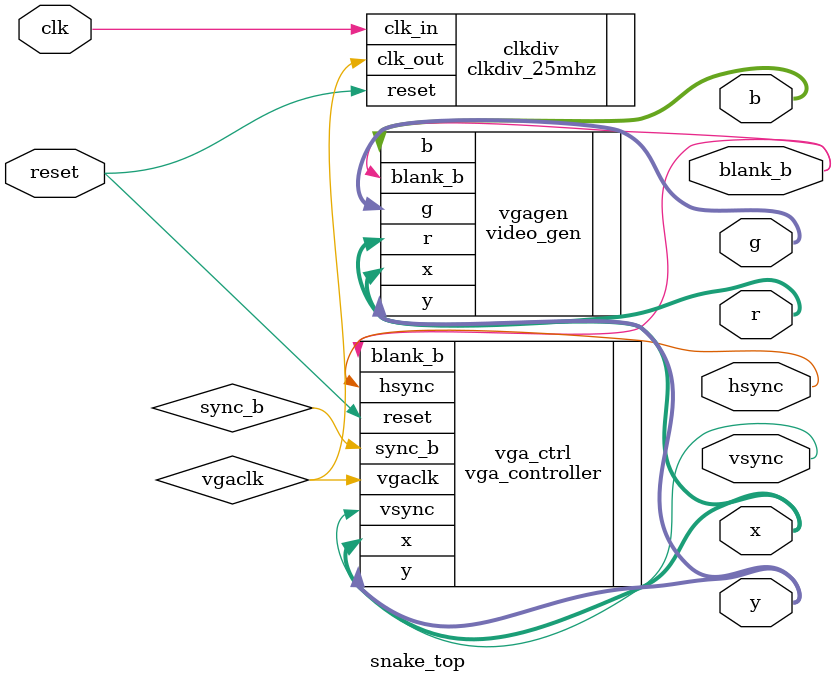
<source format=sv>
module snake_top(
    input  logic clk,    // Clock principal de 50 MHz
    input  logic reset,
    output logic hsync,
    output logic vsync,
    output logic [7:0] r, g, b,
    output logic [9:0] x, y,      
    output logic blank_b          
);

    logic vgaclk;
    logic sync_b;

    // --- Divisor para 25MHz (VGA) ---
    clkdiv_25mhz clkdiv(
        .clk_in(clk),
        .reset(reset),
        .clk_out(vgaclk)
    );

    // --- VGA controller ---
    vga_controller vga_ctrl(
        .vgaclk(vgaclk),
        .reset(reset),
        .hsync(hsync),
        .vsync(vsync),
        .sync_b(sync_b),
        .blank_b(blank_b),
        .x(x),
        .y(y)
    );

    // --- Solo la cuadrícula ---
    video_gen vgagen(
        .x(x),
        .y(y),
        .blank_b(blank_b),
        .r(r),
        .g(g),
        .b(b)
    );
endmodule
</source>
